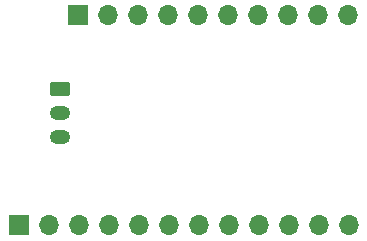
<source format=gbr>
%TF.GenerationSoftware,KiCad,Pcbnew,9.0.0*%
%TF.CreationDate,2025-04-10T05:16:25-06:00*%
%TF.ProjectId,WakeCircuit,57616b65-4369-4726-9375-69742e6b6963,rev?*%
%TF.SameCoordinates,Original*%
%TF.FileFunction,Soldermask,Bot*%
%TF.FilePolarity,Negative*%
%FSLAX46Y46*%
G04 Gerber Fmt 4.6, Leading zero omitted, Abs format (unit mm)*
G04 Created by KiCad (PCBNEW 9.0.0) date 2025-04-10 05:16:25*
%MOMM*%
%LPD*%
G01*
G04 APERTURE LIST*
G04 Aperture macros list*
%AMRoundRect*
0 Rectangle with rounded corners*
0 $1 Rounding radius*
0 $2 $3 $4 $5 $6 $7 $8 $9 X,Y pos of 4 corners*
0 Add a 4 corners polygon primitive as box body*
4,1,4,$2,$3,$4,$5,$6,$7,$8,$9,$2,$3,0*
0 Add four circle primitives for the rounded corners*
1,1,$1+$1,$2,$3*
1,1,$1+$1,$4,$5*
1,1,$1+$1,$6,$7*
1,1,$1+$1,$8,$9*
0 Add four rect primitives between the rounded corners*
20,1,$1+$1,$2,$3,$4,$5,0*
20,1,$1+$1,$4,$5,$6,$7,0*
20,1,$1+$1,$6,$7,$8,$9,0*
20,1,$1+$1,$8,$9,$2,$3,0*%
G04 Aperture macros list end*
%ADD10R,1.700000X1.700000*%
%ADD11O,1.700000X1.700000*%
%ADD12RoundRect,0.250000X-0.625000X0.350000X-0.625000X-0.350000X0.625000X-0.350000X0.625000X0.350000X0*%
%ADD13O,1.750000X1.200000*%
G04 APERTURE END LIST*
D10*
%TO.C,J1*%
X94550000Y-116250000D03*
D11*
X97090000Y-116250000D03*
X99630000Y-116250000D03*
X102170000Y-116250000D03*
X104710000Y-116250000D03*
X107250000Y-116250000D03*
X109790000Y-116250000D03*
X112330000Y-116250000D03*
X114870000Y-116250000D03*
X117410000Y-116250000D03*
X119950000Y-116250000D03*
X122490000Y-116250000D03*
%TD*%
%TO.C,J2*%
X122460000Y-98475000D03*
X119920000Y-98475000D03*
X117380000Y-98475000D03*
X114840000Y-98475000D03*
X112300000Y-98475000D03*
X109760000Y-98475000D03*
X107220000Y-98475000D03*
X104680000Y-98475000D03*
X102140000Y-98475000D03*
D10*
X99600000Y-98475000D03*
%TD*%
D12*
%TO.C,J4*%
X98000000Y-104750000D03*
D13*
X98000000Y-106750000D03*
X98000000Y-108750000D03*
%TD*%
M02*

</source>
